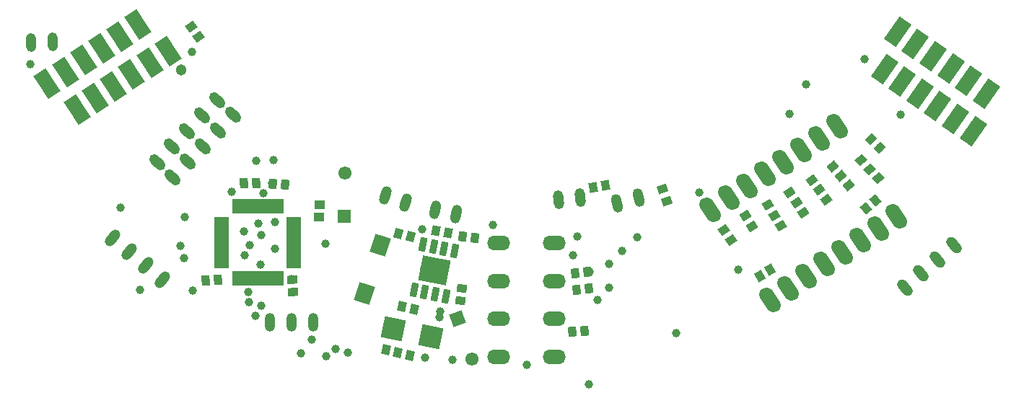
<source format=gts>
%FSLAX25Y25*%
%MOIN*%
G70*
G01*
G75*
G04 Layer_Color=8388736*
G04:AMPARAMS|DCode=10|XSize=37.4mil|YSize=29.53mil|CornerRadius=0mil|HoleSize=0mil|Usage=FLASHONLY|Rotation=93.284|XOffset=0mil|YOffset=0mil|HoleType=Round|Shape=Rectangle|*
%AMROTATEDRECTD10*
4,1,4,0.01581,-0.01782,-0.01367,-0.01952,-0.01581,0.01782,0.01367,0.01952,0.01581,-0.01782,0.0*
%
%ADD10ROTATEDRECTD10*%

G04:AMPARAMS|DCode=11|XSize=59.06mil|YSize=118.11mil|CornerRadius=0mil|HoleSize=0mil|Usage=FLASHONLY|Rotation=325.000|XOffset=0mil|YOffset=0mil|HoleType=Round|Shape=Rectangle|*
%AMROTATEDRECTD11*
4,1,4,-0.05806,-0.03144,0.00969,0.06531,0.05806,0.03144,-0.00969,-0.06531,-0.05806,-0.03144,0.0*
%
%ADD11ROTATEDRECTD11*%

G04:AMPARAMS|DCode=12|XSize=37.4mil|YSize=29.53mil|CornerRadius=0mil|HoleSize=0mil|Usage=FLASHONLY|Rotation=214.500|XOffset=0mil|YOffset=0mil|HoleType=Round|Shape=Rectangle|*
%AMROTATEDRECTD12*
4,1,4,0.00705,0.02276,0.02377,-0.00158,-0.00705,-0.02276,-0.02377,0.00158,0.00705,0.02276,0.0*
%
%ADD12ROTATEDRECTD12*%

G04:AMPARAMS|DCode=13|XSize=37.4mil|YSize=29.53mil|CornerRadius=0mil|HoleSize=0mil|Usage=FLASHONLY|Rotation=212.500|XOffset=0mil|YOffset=0mil|HoleType=Round|Shape=Rectangle|*
%AMROTATEDRECTD13*
4,1,4,0.00784,0.02250,0.02371,-0.00240,-0.00784,-0.02250,-0.02371,0.00240,0.00784,0.02250,0.0*
%
%ADD13ROTATEDRECTD13*%

G04:AMPARAMS|DCode=14|XSize=37.4mil|YSize=29.53mil|CornerRadius=0mil|HoleSize=0mil|Usage=FLASHONLY|Rotation=120.243|XOffset=0mil|YOffset=0mil|HoleType=Round|Shape=Rectangle|*
%AMROTATEDRECTD14*
4,1,4,0.02217,-0.00872,-0.00334,-0.02359,-0.02217,0.00872,0.00334,0.02359,0.02217,-0.00872,0.0*
%
%ADD14ROTATEDRECTD14*%

G04:AMPARAMS|DCode=15|XSize=37.4mil|YSize=29.53mil|CornerRadius=0mil|HoleSize=0mil|Usage=FLASHONLY|Rotation=210.500|XOffset=0mil|YOffset=0mil|HoleType=Round|Shape=Rectangle|*
%AMROTATEDRECTD15*
4,1,4,0.00862,0.02221,0.02361,-0.00323,-0.00862,-0.02221,-0.02361,0.00323,0.00862,0.02221,0.0*
%
%ADD15ROTATEDRECTD15*%

G04:AMPARAMS|DCode=16|XSize=37.4mil|YSize=29.53mil|CornerRadius=0mil|HoleSize=0mil|Usage=FLASHONLY|Rotation=213.500|XOffset=0mil|YOffset=0mil|HoleType=Round|Shape=Rectangle|*
%AMROTATEDRECTD16*
4,1,4,0.00745,0.02263,0.02374,-0.00199,-0.00745,-0.02263,-0.02374,0.00199,0.00745,0.02263,0.0*
%
%ADD16ROTATEDRECTD16*%

G04:AMPARAMS|DCode=17|XSize=37.4mil|YSize=29.53mil|CornerRadius=0mil|HoleSize=0mil|Usage=FLASHONLY|Rotation=130.000|XOffset=0mil|YOffset=0mil|HoleType=Round|Shape=Rectangle|*
%AMROTATEDRECTD17*
4,1,4,0.02333,-0.00484,0.00071,-0.02382,-0.02333,0.00484,-0.00071,0.02382,0.02333,-0.00484,0.0*
%
%ADD17ROTATEDRECTD17*%

G04:AMPARAMS|DCode=18|XSize=37.4mil|YSize=29.53mil|CornerRadius=0mil|HoleSize=0mil|Usage=FLASHONLY|Rotation=216.500|XOffset=0mil|YOffset=0mil|HoleType=Round|Shape=Rectangle|*
%AMROTATEDRECTD18*
4,1,4,0.00625,0.02299,0.02382,-0.00074,-0.00625,-0.02299,-0.02382,0.00074,0.00625,0.02299,0.0*
%
%ADD18ROTATEDRECTD18*%

G04:AMPARAMS|DCode=19|XSize=37.4mil|YSize=29.53mil|CornerRadius=0mil|HoleSize=0mil|Usage=FLASHONLY|Rotation=219.500|XOffset=0mil|YOffset=0mil|HoleType=Round|Shape=Rectangle|*
%AMROTATEDRECTD19*
4,1,4,0.00504,0.02329,0.02382,0.00050,-0.00504,-0.02329,-0.02382,-0.00050,0.00504,0.02329,0.0*
%
%ADD19ROTATEDRECTD19*%

G04:AMPARAMS|DCode=20|XSize=37.4mil|YSize=29.53mil|CornerRadius=0mil|HoleSize=0mil|Usage=FLASHONLY|Rotation=222.500|XOffset=0mil|YOffset=0mil|HoleType=Round|Shape=Rectangle|*
%AMROTATEDRECTD20*
4,1,4,0.00381,0.02352,0.02376,0.00175,-0.00381,-0.02352,-0.02376,-0.00175,0.00381,0.02352,0.0*
%
%ADD20ROTATEDRECTD20*%

G04:AMPARAMS|DCode=21|XSize=37.4mil|YSize=29.53mil|CornerRadius=0mil|HoleSize=0mil|Usage=FLASHONLY|Rotation=45.000|XOffset=0mil|YOffset=0mil|HoleType=Round|Shape=Rectangle|*
%AMROTATEDRECTD21*
4,1,4,-0.00278,-0.02366,-0.02366,-0.00278,0.00278,0.02366,0.02366,0.00278,-0.00278,-0.02366,0.0*
%
%ADD21ROTATEDRECTD21*%

G04:AMPARAMS|DCode=22|XSize=37.4mil|YSize=29.53mil|CornerRadius=0mil|HoleSize=0mil|Usage=FLASHONLY|Rotation=259.000|XOffset=0mil|YOffset=0mil|HoleType=Round|Shape=Rectangle|*
%AMROTATEDRECTD22*
4,1,4,-0.01092,0.02117,0.01806,0.01554,0.01092,-0.02117,-0.01806,-0.01554,-0.01092,0.02117,0.0*
%
%ADD22ROTATEDRECTD22*%

G04:AMPARAMS|DCode=23|XSize=37.4mil|YSize=29.53mil|CornerRadius=0mil|HoleSize=0mil|Usage=FLASHONLY|Rotation=262.500|XOffset=0mil|YOffset=0mil|HoleType=Round|Shape=Rectangle|*
%AMROTATEDRECTD23*
4,1,4,-0.01220,0.02047,0.01708,0.01661,0.01220,-0.02047,-0.01708,-0.01661,-0.01220,0.02047,0.0*
%
%ADD23ROTATEDRECTD23*%

G04:AMPARAMS|DCode=24|XSize=37.4mil|YSize=29.53mil|CornerRadius=0mil|HoleSize=0mil|Usage=FLASHONLY|Rotation=358.956|XOffset=0mil|YOffset=0mil|HoleType=Round|Shape=Rectangle|*
%AMROTATEDRECTD24*
4,1,4,-0.01897,-0.01442,-0.01843,0.01510,0.01897,0.01442,0.01843,-0.01510,-0.01897,-0.01442,0.0*
%
%ADD24ROTATEDRECTD24*%

G04:AMPARAMS|DCode=25|XSize=37.4mil|YSize=29.53mil|CornerRadius=0mil|HoleSize=0mil|Usage=FLASHONLY|Rotation=199.000|XOffset=0mil|YOffset=0mil|HoleType=Round|Shape=Rectangle|*
%AMROTATEDRECTD25*
4,1,4,0.01288,0.02005,0.02249,-0.00787,-0.01288,-0.02005,-0.02249,0.00787,0.01288,0.02005,0.0*
%
%ADD25ROTATEDRECTD25*%

G04:AMPARAMS|DCode=26|XSize=37.4mil|YSize=29.53mil|CornerRadius=0mil|HoleSize=0mil|Usage=FLASHONLY|Rotation=182.681|XOffset=0mil|YOffset=0mil|HoleType=Round|Shape=Rectangle|*
%AMROTATEDRECTD26*
4,1,4,0.01799,0.01562,0.01937,-0.01387,-0.01799,-0.01562,-0.01937,0.01387,0.01799,0.01562,0.0*
%
%ADD26ROTATEDRECTD26*%

G04:AMPARAMS|DCode=27|XSize=37.4mil|YSize=29.53mil|CornerRadius=0mil|HoleSize=0mil|Usage=FLASHONLY|Rotation=95.500|XOffset=0mil|YOffset=0mil|HoleType=Round|Shape=Rectangle|*
%AMROTATEDRECTD27*
4,1,4,0.01649,-0.01720,-0.01290,-0.02003,-0.01649,0.01720,0.01290,0.02003,0.01649,-0.01720,0.0*
%
%ADD27ROTATEDRECTD27*%

G04:AMPARAMS|DCode=28|XSize=37.4mil|YSize=29.53mil|CornerRadius=0mil|HoleSize=0mil|Usage=FLASHONLY|Rotation=77.000|XOffset=0mil|YOffset=0mil|HoleType=Round|Shape=Rectangle|*
%AMROTATEDRECTD28*
4,1,4,0.01018,-0.02154,-0.01859,-0.01490,-0.01018,0.02154,0.01859,0.01490,0.01018,-0.02154,0.0*
%
%ADD28ROTATEDRECTD28*%

%ADD29R,0.05709X0.01181*%
%ADD30R,0.01181X0.05709*%
G04:AMPARAMS|DCode=31|XSize=37.4mil|YSize=29.53mil|CornerRadius=0mil|HoleSize=0mil|Usage=FLASHONLY|Rotation=96.500|XOffset=0mil|YOffset=0mil|HoleType=Round|Shape=Rectangle|*
%AMROTATEDRECTD31*
4,1,4,0.01679,-0.01691,-0.01255,-0.02025,-0.01679,0.01691,0.01255,0.02025,0.01679,-0.01691,0.0*
%
%ADD31ROTATEDRECTD31*%

G04:AMPARAMS|DCode=32|XSize=37.4mil|YSize=29.53mil|CornerRadius=0mil|HoleSize=0mil|Usage=FLASHONLY|Rotation=272.280|XOffset=0mil|YOffset=0mil|HoleType=Round|Shape=Rectangle|*
%AMROTATEDRECTD32*
4,1,4,-0.01550,0.01810,0.01401,0.01927,0.01550,-0.01810,-0.01401,-0.01927,-0.01550,0.01810,0.0*
%
%ADD32ROTATEDRECTD32*%

G04:AMPARAMS|DCode=33|XSize=37.4mil|YSize=29.53mil|CornerRadius=0mil|HoleSize=0mil|Usage=FLASHONLY|Rotation=84.948|XOffset=0mil|YOffset=0mil|HoleType=Round|Shape=Rectangle|*
%AMROTATEDRECTD33*
4,1,4,0.01306,-0.01993,-0.01635,-0.01733,-0.01306,0.01993,0.01635,0.01733,0.01306,-0.01993,0.0*
%
%ADD33ROTATEDRECTD33*%

G04:AMPARAMS|DCode=34|XSize=66.93mil|YSize=78.74mil|CornerRadius=0mil|HoleSize=0mil|Usage=FLASHONLY|Rotation=162.000|XOffset=0mil|YOffset=0mil|HoleType=Round|Shape=Rectangle|*
%AMROTATEDRECTD34*
4,1,4,0.04399,0.02710,0.01966,-0.04778,-0.04399,-0.02710,-0.01966,0.04778,0.04399,0.02710,0.0*
%
%ADD34ROTATEDRECTD34*%

G04:AMPARAMS|DCode=35|XSize=37.4mil|YSize=29.53mil|CornerRadius=0mil|HoleSize=0mil|Usage=FLASHONLY|Rotation=77.000|XOffset=0mil|YOffset=0mil|HoleType=Round|Shape=Rectangle|*
%AMROTATEDRECTD35*
4,1,4,0.01018,-0.02154,-0.01859,-0.01490,-0.01018,0.02154,0.01859,0.01490,0.01018,-0.02154,0.0*
%
%ADD35ROTATEDRECTD35*%

G04:AMPARAMS|DCode=36|XSize=37.4mil|YSize=29.53mil|CornerRadius=0mil|HoleSize=0mil|Usage=FLASHONLY|Rotation=352.500|XOffset=0mil|YOffset=0mil|HoleType=Round|Shape=Rectangle|*
%AMROTATEDRECTD36*
4,1,4,-0.02047,-0.01220,-0.01661,0.01708,0.02047,0.01220,0.01661,-0.01708,-0.02047,-0.01220,0.0*
%
%ADD36ROTATEDRECTD36*%

%ADD37P,0.12806X4X213.0*%
G04:AMPARAMS|DCode=38|XSize=37.4mil|YSize=29.53mil|CornerRadius=0mil|HoleSize=0mil|Usage=FLASHONLY|Rotation=96.500|XOffset=0mil|YOffset=0mil|HoleType=Round|Shape=Rectangle|*
%AMROTATEDRECTD38*
4,1,4,0.01679,-0.01691,-0.01255,-0.02025,-0.01679,0.01691,0.01255,0.02025,0.01679,-0.01691,0.0*
%
%ADD38ROTATEDRECTD38*%

G04:AMPARAMS|DCode=39|XSize=37.4mil|YSize=29.53mil|CornerRadius=0mil|HoleSize=0mil|Usage=FLASHONLY|Rotation=74.487|XOffset=0mil|YOffset=0mil|HoleType=Round|Shape=Rectangle|*
%AMROTATEDRECTD39*
4,1,4,0.00922,-0.02197,-0.01923,-0.01407,-0.00922,0.02197,0.01923,0.01407,0.00922,-0.02197,0.0*
%
%ADD39ROTATEDRECTD39*%

G04:AMPARAMS|DCode=40|XSize=59.06mil|YSize=118.11mil|CornerRadius=0mil|HoleSize=0mil|Usage=FLASHONLY|Rotation=33.000|XOffset=0mil|YOffset=0mil|HoleType=Round|Shape=Rectangle|*
%AMROTATEDRECTD40*
4,1,4,0.00740,-0.06561,-0.05693,0.03345,-0.00740,0.06561,0.05693,-0.03345,0.00740,-0.06561,0.0*
%
%ADD40ROTATEDRECTD40*%

G04:AMPARAMS|DCode=41|XSize=37.4mil|YSize=29.53mil|CornerRadius=0mil|HoleSize=0mil|Usage=FLASHONLY|Rotation=215.500|XOffset=0mil|YOffset=0mil|HoleType=Round|Shape=Rectangle|*
%AMROTATEDRECTD41*
4,1,4,0.00665,0.02288,0.02380,-0.00116,-0.00665,-0.02288,-0.02380,0.00116,0.00665,0.02288,0.0*
%
%ADD41ROTATEDRECTD41*%

G04:AMPARAMS|DCode=42|XSize=23.62mil|YSize=57.09mil|CornerRadius=0mil|HoleSize=0mil|Usage=FLASHONLY|Rotation=349.000|XOffset=0mil|YOffset=0mil|HoleType=Round|Shape=Rectangle|*
%AMROTATEDRECTD42*
4,1,4,-0.01704,-0.02577,-0.00615,0.03027,0.01704,0.02577,0.00615,-0.03027,-0.01704,-0.02577,0.0*
%
%ADD42ROTATEDRECTD42*%

G04:AMPARAMS|DCode=43|XSize=108.27mil|YSize=122.05mil|CornerRadius=0mil|HoleSize=0mil|Usage=FLASHONLY|Rotation=259.000|XOffset=0mil|YOffset=0mil|HoleType=Round|Shape=Rectangle|*
%AMROTATEDRECTD43*
4,1,4,-0.04957,0.06478,0.07023,0.04150,0.04957,-0.06478,-0.07023,-0.04150,-0.04957,0.06478,0.0*
%
%ADD43ROTATEDRECTD43*%

G04:AMPARAMS|DCode=44|XSize=37.4mil|YSize=29.53mil|CornerRadius=0mil|HoleSize=0mil|Usage=FLASHONLY|Rotation=100.500|XOffset=0mil|YOffset=0mil|HoleType=Round|Shape=Rectangle|*
%AMROTATEDRECTD44*
4,1,4,0.01792,-0.01570,-0.01111,-0.02108,-0.01792,0.01570,0.01111,0.02108,0.01792,-0.01570,0.0*
%
%ADD44ROTATEDRECTD44*%

%ADD45C,0.03000*%
%ADD46C,0.01000*%
%ADD47C,0.05000*%
%ADD48P,0.07517X4X134.5*%
%ADD49C,0.05315*%
G04:AMPARAMS|DCode=50|XSize=39.37mil|YSize=78.74mil|CornerRadius=0mil|HoleSize=0mil|Usage=FLASHONLY|Rotation=320.000|XOffset=0mil|YOffset=0mil|HoleType=Round|Shape=Round|*
%AMOVALD50*
21,1,0.03937,0.03937,0.00000,0.00000,50.0*
1,1,0.03937,-0.01265,-0.01508*
1,1,0.03937,0.01265,0.01508*
%
%ADD50OVALD50*%

G04:AMPARAMS|DCode=51|XSize=39.37mil|YSize=78.74mil|CornerRadius=0mil|HoleSize=0mil|Usage=FLASHONLY|Rotation=46.000|XOffset=0mil|YOffset=0mil|HoleType=Round|Shape=Round|*
%AMOVALD51*
21,1,0.03937,0.03937,0.00000,0.00000,136.0*
1,1,0.03937,0.01416,-0.01367*
1,1,0.03937,-0.01416,0.01367*
%
%ADD51OVALD51*%

G04:AMPARAMS|DCode=52|XSize=39.37mil|YSize=78.74mil|CornerRadius=0mil|HoleSize=0mil|Usage=FLASHONLY|Rotation=40.500|XOffset=0mil|YOffset=0mil|HoleType=Round|Shape=Round|*
%AMOVALD52*
21,1,0.03937,0.03937,0.00000,0.00000,130.5*
1,1,0.03937,0.01278,-0.01497*
1,1,0.03937,-0.01278,0.01497*
%
%ADD52OVALD52*%

G04:AMPARAMS|DCode=53|XSize=39.37mil|YSize=78.74mil|CornerRadius=0mil|HoleSize=0mil|Usage=FLASHONLY|Rotation=342.000|XOffset=0mil|YOffset=0mil|HoleType=Round|Shape=Round|*
%AMOVALD53*
21,1,0.03937,0.03937,0.00000,0.00000,72.0*
1,1,0.03937,-0.00608,-0.01872*
1,1,0.03937,0.00608,0.01872*
%
%ADD53OVALD53*%

G04:AMPARAMS|DCode=54|XSize=39.37mil|YSize=78.74mil|CornerRadius=0mil|HoleSize=0mil|Usage=FLASHONLY|Rotation=14.000|XOffset=0mil|YOffset=0mil|HoleType=Round|Shape=Round|*
%AMOVALD54*
21,1,0.03937,0.03937,0.00000,0.00000,104.0*
1,1,0.03937,0.00476,-0.01910*
1,1,0.03937,-0.00476,0.01910*
%
%ADD54OVALD54*%

G04:AMPARAMS|DCode=55|XSize=39.37mil|YSize=78.74mil|CornerRadius=0mil|HoleSize=0mil|Usage=FLASHONLY|Rotation=6.000|XOffset=0mil|YOffset=0mil|HoleType=Round|Shape=Round|*
%AMOVALD55*
21,1,0.03937,0.03937,0.00000,0.00000,96.0*
1,1,0.03937,0.00206,-0.01958*
1,1,0.03937,-0.00206,0.01958*
%
%ADD55OVALD55*%

%ADD56O,0.09843X0.05906*%
%ADD57O,0.03937X0.07874*%
%ADD58P,0.07517X4X335.0*%
G04:AMPARAMS|DCode=59|XSize=39.37mil|YSize=78.74mil|CornerRadius=0mil|HoleSize=0mil|Usage=FLASHONLY|Rotation=349.000|XOffset=0mil|YOffset=0mil|HoleType=Round|Shape=Round|*
%AMOVALD59*
21,1,0.03937,0.03937,0.00000,0.00000,79.0*
1,1,0.03937,-0.00376,-0.01932*
1,1,0.03937,0.00376,0.01932*
%
%ADD59OVALD59*%

G04:AMPARAMS|DCode=60|XSize=59.06mil|YSize=118.11mil|CornerRadius=0mil|HoleSize=0mil|Usage=FLASHONLY|Rotation=33.500|XOffset=0mil|YOffset=0mil|HoleType=Round|Shape=Round|*
%AMOVALD60*
21,1,0.05906,0.05906,0.00000,0.00000,123.5*
1,1,0.05906,0.01630,-0.02462*
1,1,0.05906,-0.01630,0.02462*
%
%ADD60OVALD60*%

G04:AMPARAMS|DCode=61|XSize=39.37mil|YSize=78.74mil|CornerRadius=0mil|HoleSize=0mil|Usage=FLASHONLY|Rotation=182.000|XOffset=0mil|YOffset=0mil|HoleType=Round|Shape=Round|*
%AMOVALD61*
21,1,0.03937,0.03937,0.00000,0.00000,272.0*
1,1,0.03937,-0.00069,0.01967*
1,1,0.03937,0.00069,-0.01967*
%
%ADD61OVALD61*%

%ADD62C,0.02362*%
%ADD63C,0.03150*%
%ADD64C,0.04331*%
%ADD65C,0.00787*%
%ADD66C,0.02362*%
%ADD67C,0.00984*%
%ADD68C,0.00394*%
%ADD69C,0.00197*%
G04:AMPARAMS|DCode=70|XSize=45.4mil|YSize=37.53mil|CornerRadius=0mil|HoleSize=0mil|Usage=FLASHONLY|Rotation=93.284|XOffset=0mil|YOffset=0mil|HoleType=Round|Shape=Rectangle|*
%AMROTATEDRECTD70*
4,1,4,0.02003,-0.02159,-0.01743,-0.02374,-0.02003,0.02159,0.01743,0.02374,0.02003,-0.02159,0.0*
%
%ADD70ROTATEDRECTD70*%

G04:AMPARAMS|DCode=71|XSize=67.06mil|YSize=126.11mil|CornerRadius=0mil|HoleSize=0mil|Usage=FLASHONLY|Rotation=325.000|XOffset=0mil|YOffset=0mil|HoleType=Round|Shape=Rectangle|*
%AMROTATEDRECTD71*
4,1,4,-0.06363,-0.03242,0.00870,0.07088,0.06363,0.03242,-0.00870,-0.07088,-0.06363,-0.03242,0.0*
%
%ADD71ROTATEDRECTD71*%

G04:AMPARAMS|DCode=72|XSize=45.4mil|YSize=37.53mil|CornerRadius=0mil|HoleSize=0mil|Usage=FLASHONLY|Rotation=214.500|XOffset=0mil|YOffset=0mil|HoleType=Round|Shape=Rectangle|*
%AMROTATEDRECTD72*
4,1,4,0.00808,0.02832,0.02934,-0.00261,-0.00808,-0.02832,-0.02934,0.00261,0.00808,0.02832,0.0*
%
%ADD72ROTATEDRECTD72*%

G04:AMPARAMS|DCode=73|XSize=45.4mil|YSize=37.53mil|CornerRadius=0mil|HoleSize=0mil|Usage=FLASHONLY|Rotation=212.500|XOffset=0mil|YOffset=0mil|HoleType=Round|Shape=Rectangle|*
%AMROTATEDRECTD73*
4,1,4,0.00906,0.02802,0.02923,-0.00363,-0.00906,-0.02802,-0.02923,0.00363,0.00906,0.02802,0.0*
%
%ADD73ROTATEDRECTD73*%

G04:AMPARAMS|DCode=74|XSize=45.4mil|YSize=37.53mil|CornerRadius=0mil|HoleSize=0mil|Usage=FLASHONLY|Rotation=120.243|XOffset=0mil|YOffset=0mil|HoleType=Round|Shape=Rectangle|*
%AMROTATEDRECTD74*
4,1,4,0.02764,-0.01016,-0.00478,-0.02906,-0.02764,0.01016,0.00478,0.02906,0.02764,-0.01016,0.0*
%
%ADD74ROTATEDRECTD74*%

G04:AMPARAMS|DCode=75|XSize=45.4mil|YSize=37.53mil|CornerRadius=0mil|HoleSize=0mil|Usage=FLASHONLY|Rotation=210.500|XOffset=0mil|YOffset=0mil|HoleType=Round|Shape=Rectangle|*
%AMROTATEDRECTD75*
4,1,4,0.01004,0.02769,0.02908,-0.00465,-0.01004,-0.02769,-0.02908,0.00465,0.01004,0.02769,0.0*
%
%ADD75ROTATEDRECTD75*%

G04:AMPARAMS|DCode=76|XSize=45.4mil|YSize=37.53mil|CornerRadius=0mil|HoleSize=0mil|Usage=FLASHONLY|Rotation=213.500|XOffset=0mil|YOffset=0mil|HoleType=Round|Shape=Rectangle|*
%AMROTATEDRECTD76*
4,1,4,0.00857,0.02818,0.02929,-0.00312,-0.00857,-0.02818,-0.02929,0.00312,0.00857,0.02818,0.0*
%
%ADD76ROTATEDRECTD76*%

G04:AMPARAMS|DCode=77|XSize=45.4mil|YSize=37.53mil|CornerRadius=0mil|HoleSize=0mil|Usage=FLASHONLY|Rotation=130.000|XOffset=0mil|YOffset=0mil|HoleType=Round|Shape=Rectangle|*
%AMROTATEDRECTD77*
4,1,4,0.02897,-0.00533,0.00022,-0.02945,-0.02897,0.00533,-0.00022,0.02945,0.02897,-0.00533,0.0*
%
%ADD77ROTATEDRECTD77*%

G04:AMPARAMS|DCode=78|XSize=45.4mil|YSize=37.53mil|CornerRadius=0mil|HoleSize=0mil|Usage=FLASHONLY|Rotation=216.500|XOffset=0mil|YOffset=0mil|HoleType=Round|Shape=Rectangle|*
%AMROTATEDRECTD78*
4,1,4,0.00709,0.02859,0.02941,-0.00158,-0.00709,-0.02859,-0.02941,0.00158,0.00709,0.02859,0.0*
%
%ADD78ROTATEDRECTD78*%

G04:AMPARAMS|DCode=79|XSize=45.4mil|YSize=37.53mil|CornerRadius=0mil|HoleSize=0mil|Usage=FLASHONLY|Rotation=219.500|XOffset=0mil|YOffset=0mil|HoleType=Round|Shape=Rectangle|*
%AMROTATEDRECTD79*
4,1,4,0.00558,0.02892,0.02945,-0.00004,-0.00558,-0.02892,-0.02945,0.00004,0.00558,0.02892,0.0*
%
%ADD79ROTATEDRECTD79*%

G04:AMPARAMS|DCode=80|XSize=45.4mil|YSize=37.53mil|CornerRadius=0mil|HoleSize=0mil|Usage=FLASHONLY|Rotation=222.500|XOffset=0mil|YOffset=0mil|HoleType=Round|Shape=Rectangle|*
%AMROTATEDRECTD80*
4,1,4,0.00406,0.02917,0.02941,0.00150,-0.00406,-0.02917,-0.02941,-0.00150,0.00406,0.02917,0.0*
%
%ADD80ROTATEDRECTD80*%

G04:AMPARAMS|DCode=81|XSize=45.4mil|YSize=37.53mil|CornerRadius=0mil|HoleSize=0mil|Usage=FLASHONLY|Rotation=45.000|XOffset=0mil|YOffset=0mil|HoleType=Round|Shape=Rectangle|*
%AMROTATEDRECTD81*
4,1,4,-0.00278,-0.02932,-0.02932,-0.00278,0.00278,0.02932,0.02932,0.00278,-0.00278,-0.02932,0.0*
%
%ADD81ROTATEDRECTD81*%

G04:AMPARAMS|DCode=82|XSize=45.4mil|YSize=37.53mil|CornerRadius=0mil|HoleSize=0mil|Usage=FLASHONLY|Rotation=259.000|XOffset=0mil|YOffset=0mil|HoleType=Round|Shape=Rectangle|*
%AMROTATEDRECTD82*
4,1,4,-0.01409,0.02586,0.02275,0.01870,0.01409,-0.02586,-0.02275,-0.01870,-0.01409,0.02586,0.0*
%
%ADD82ROTATEDRECTD82*%

G04:AMPARAMS|DCode=83|XSize=45.4mil|YSize=37.53mil|CornerRadius=0mil|HoleSize=0mil|Usage=FLASHONLY|Rotation=262.500|XOffset=0mil|YOffset=0mil|HoleType=Round|Shape=Rectangle|*
%AMROTATEDRECTD83*
4,1,4,-0.01564,0.02496,0.02157,0.02006,0.01564,-0.02496,-0.02157,-0.02006,-0.01564,0.02496,0.0*
%
%ADD83ROTATEDRECTD83*%

G04:AMPARAMS|DCode=84|XSize=45.4mil|YSize=37.53mil|CornerRadius=0mil|HoleSize=0mil|Usage=FLASHONLY|Rotation=358.956|XOffset=0mil|YOffset=0mil|HoleType=Round|Shape=Rectangle|*
%AMROTATEDRECTD84*
4,1,4,-0.02304,-0.01835,-0.02236,0.01917,0.02304,0.01835,0.02236,-0.01917,-0.02304,-0.01835,0.0*
%
%ADD84ROTATEDRECTD84*%

G04:AMPARAMS|DCode=85|XSize=45.4mil|YSize=37.53mil|CornerRadius=0mil|HoleSize=0mil|Usage=FLASHONLY|Rotation=199.000|XOffset=0mil|YOffset=0mil|HoleType=Round|Shape=Rectangle|*
%AMROTATEDRECTD85*
4,1,4,0.01536,0.02513,0.02757,-0.01035,-0.01536,-0.02513,-0.02757,0.01035,0.01536,0.02513,0.0*
%
%ADD85ROTATEDRECTD85*%

G04:AMPARAMS|DCode=86|XSize=45.4mil|YSize=37.53mil|CornerRadius=0mil|HoleSize=0mil|Usage=FLASHONLY|Rotation=182.681|XOffset=0mil|YOffset=0mil|HoleType=Round|Shape=Rectangle|*
%AMROTATEDRECTD86*
4,1,4,0.02180,0.01981,0.02355,-0.01768,-0.02180,-0.01981,-0.02355,0.01768,0.02180,0.01981,0.0*
%
%ADD86ROTATEDRECTD86*%

G04:AMPARAMS|DCode=87|XSize=45.4mil|YSize=37.53mil|CornerRadius=0mil|HoleSize=0mil|Usage=FLASHONLY|Rotation=95.500|XOffset=0mil|YOffset=0mil|HoleType=Round|Shape=Rectangle|*
%AMROTATEDRECTD87*
4,1,4,0.02085,-0.02080,-0.01650,-0.02440,-0.02085,0.02080,0.01650,0.02440,0.02085,-0.02080,0.0*
%
%ADD87ROTATEDRECTD87*%

G04:AMPARAMS|DCode=88|XSize=45.4mil|YSize=37.53mil|CornerRadius=0mil|HoleSize=0mil|Usage=FLASHONLY|Rotation=77.000|XOffset=0mil|YOffset=0mil|HoleType=Round|Shape=Rectangle|*
%AMROTATEDRECTD88*
4,1,4,0.01318,-0.02634,-0.02339,-0.01790,-0.01318,0.02634,0.02339,0.01790,0.01318,-0.02634,0.0*
%
%ADD88ROTATEDRECTD88*%

%ADD89R,0.06509X0.01981*%
%ADD90R,0.01981X0.06509*%
G04:AMPARAMS|DCode=91|XSize=45.4mil|YSize=37.53mil|CornerRadius=0mil|HoleSize=0mil|Usage=FLASHONLY|Rotation=96.500|XOffset=0mil|YOffset=0mil|HoleType=Round|Shape=Rectangle|*
%AMROTATEDRECTD91*
4,1,4,0.02121,-0.02043,-0.01607,-0.02468,-0.02121,0.02043,0.01607,0.02468,0.02121,-0.02043,0.0*
%
%ADD91ROTATEDRECTD91*%

G04:AMPARAMS|DCode=92|XSize=45.4mil|YSize=37.53mil|CornerRadius=0mil|HoleSize=0mil|Usage=FLASHONLY|Rotation=272.280|XOffset=0mil|YOffset=0mil|HoleType=Round|Shape=Rectangle|*
%AMROTATEDRECTD92*
4,1,4,-0.01965,0.02194,0.01785,0.02343,0.01965,-0.02194,-0.01785,-0.02343,-0.01965,0.02194,0.0*
%
%ADD92ROTATEDRECTD92*%

G04:AMPARAMS|DCode=93|XSize=45.4mil|YSize=37.53mil|CornerRadius=0mil|HoleSize=0mil|Usage=FLASHONLY|Rotation=84.948|XOffset=0mil|YOffset=0mil|HoleType=Round|Shape=Rectangle|*
%AMROTATEDRECTD93*
4,1,4,0.01669,-0.02427,-0.02069,-0.02096,-0.01669,0.02427,0.02069,0.02096,0.01669,-0.02427,0.0*
%
%ADD93ROTATEDRECTD93*%

G04:AMPARAMS|DCode=94|XSize=74.93mil|YSize=86.74mil|CornerRadius=0mil|HoleSize=0mil|Usage=FLASHONLY|Rotation=162.000|XOffset=0mil|YOffset=0mil|HoleType=Round|Shape=Rectangle|*
%AMROTATEDRECTD94*
4,1,4,0.04903,0.02967,0.02223,-0.05283,-0.04903,-0.02967,-0.02223,0.05283,0.04903,0.02967,0.0*
%
%ADD94ROTATEDRECTD94*%

G04:AMPARAMS|DCode=95|XSize=45.4mil|YSize=37.53mil|CornerRadius=0mil|HoleSize=0mil|Usage=FLASHONLY|Rotation=77.000|XOffset=0mil|YOffset=0mil|HoleType=Round|Shape=Rectangle|*
%AMROTATEDRECTD95*
4,1,4,0.01318,-0.02634,-0.02339,-0.01790,-0.01318,0.02634,0.02339,0.01790,0.01318,-0.02634,0.0*
%
%ADD95ROTATEDRECTD95*%

G04:AMPARAMS|DCode=96|XSize=45.4mil|YSize=37.53mil|CornerRadius=0mil|HoleSize=0mil|Usage=FLASHONLY|Rotation=352.500|XOffset=0mil|YOffset=0mil|HoleType=Round|Shape=Rectangle|*
%AMROTATEDRECTD96*
4,1,4,-0.02496,-0.01564,-0.02006,0.02157,0.02496,0.01564,0.02006,-0.02157,-0.02496,-0.01564,0.0*
%
%ADD96ROTATEDRECTD96*%

%ADD97P,0.13937X4X213.0*%
G04:AMPARAMS|DCode=98|XSize=45.4mil|YSize=37.53mil|CornerRadius=0mil|HoleSize=0mil|Usage=FLASHONLY|Rotation=96.500|XOffset=0mil|YOffset=0mil|HoleType=Round|Shape=Rectangle|*
%AMROTATEDRECTD98*
4,1,4,0.02121,-0.02043,-0.01607,-0.02468,-0.02121,0.02043,0.01607,0.02468,0.02121,-0.02043,0.0*
%
%ADD98ROTATEDRECTD98*%

G04:AMPARAMS|DCode=99|XSize=45.4mil|YSize=37.53mil|CornerRadius=0mil|HoleSize=0mil|Usage=FLASHONLY|Rotation=74.487|XOffset=0mil|YOffset=0mil|HoleType=Round|Shape=Rectangle|*
%AMROTATEDRECTD99*
4,1,4,0.01201,-0.02689,-0.02415,-0.01686,-0.01201,0.02689,0.02415,0.01686,0.01201,-0.02689,0.0*
%
%ADD99ROTATEDRECTD99*%

G04:AMPARAMS|DCode=100|XSize=67.06mil|YSize=126.11mil|CornerRadius=0mil|HoleSize=0mil|Usage=FLASHONLY|Rotation=33.000|XOffset=0mil|YOffset=0mil|HoleType=Round|Shape=Rectangle|*
%AMROTATEDRECTD100*
4,1,4,0.00622,-0.07114,-0.06246,0.03462,-0.00622,0.07114,0.06246,-0.03462,0.00622,-0.07114,0.0*
%
%ADD100ROTATEDRECTD100*%

G04:AMPARAMS|DCode=101|XSize=45.4mil|YSize=37.53mil|CornerRadius=0mil|HoleSize=0mil|Usage=FLASHONLY|Rotation=215.500|XOffset=0mil|YOffset=0mil|HoleType=Round|Shape=Rectangle|*
%AMROTATEDRECTD101*
4,1,4,0.00759,0.02846,0.02938,-0.00209,-0.00759,-0.02846,-0.02938,0.00209,0.00759,0.02846,0.0*
%
%ADD101ROTATEDRECTD101*%

G04:AMPARAMS|DCode=102|XSize=31.62mil|YSize=65.09mil|CornerRadius=0mil|HoleSize=0mil|Usage=FLASHONLY|Rotation=349.000|XOffset=0mil|YOffset=0mil|HoleType=Round|Shape=Rectangle|*
%AMROTATEDRECTD102*
4,1,4,-0.02173,-0.02893,-0.00931,0.03496,0.02173,0.02893,0.00931,-0.03496,-0.02173,-0.02893,0.0*
%
%ADD102ROTATEDRECTD102*%

G04:AMPARAMS|DCode=103|XSize=116.27mil|YSize=130.05mil|CornerRadius=0mil|HoleSize=0mil|Usage=FLASHONLY|Rotation=259.000|XOffset=0mil|YOffset=0mil|HoleType=Round|Shape=Rectangle|*
%AMROTATEDRECTD103*
4,1,4,-0.05274,0.06947,0.07492,0.04466,0.05274,-0.06947,-0.07492,-0.04466,-0.05274,0.06947,0.0*
%
%ADD103ROTATEDRECTD103*%

G04:AMPARAMS|DCode=104|XSize=45.4mil|YSize=37.53mil|CornerRadius=0mil|HoleSize=0mil|Usage=FLASHONLY|Rotation=100.500|XOffset=0mil|YOffset=0mil|HoleType=Round|Shape=Rectangle|*
%AMROTATEDRECTD104*
4,1,4,0.02259,-0.01890,-0.01431,-0.02574,-0.02259,0.01890,0.01431,0.02574,0.02259,-0.01890,0.0*
%
%ADD104ROTATEDRECTD104*%

%ADD105P,0.08648X4X134.5*%
%ADD106C,0.06115*%
G04:AMPARAMS|DCode=107|XSize=47.37mil|YSize=86.74mil|CornerRadius=0mil|HoleSize=0mil|Usage=FLASHONLY|Rotation=320.000|XOffset=0mil|YOffset=0mil|HoleType=Round|Shape=Round|*
%AMOVALD107*
21,1,0.03937,0.04737,0.00000,0.00000,50.0*
1,1,0.04737,-0.01265,-0.01508*
1,1,0.04737,0.01265,0.01508*
%
%ADD107OVALD107*%

G04:AMPARAMS|DCode=108|XSize=47.37mil|YSize=86.74mil|CornerRadius=0mil|HoleSize=0mil|Usage=FLASHONLY|Rotation=46.000|XOffset=0mil|YOffset=0mil|HoleType=Round|Shape=Round|*
%AMOVALD108*
21,1,0.03937,0.04737,0.00000,0.00000,136.0*
1,1,0.04737,0.01416,-0.01367*
1,1,0.04737,-0.01416,0.01367*
%
%ADD108OVALD108*%

G04:AMPARAMS|DCode=109|XSize=47.37mil|YSize=86.74mil|CornerRadius=0mil|HoleSize=0mil|Usage=FLASHONLY|Rotation=40.500|XOffset=0mil|YOffset=0mil|HoleType=Round|Shape=Round|*
%AMOVALD109*
21,1,0.03937,0.04737,0.00000,0.00000,130.5*
1,1,0.04737,0.01278,-0.01497*
1,1,0.04737,-0.01278,0.01497*
%
%ADD109OVALD109*%

G04:AMPARAMS|DCode=110|XSize=47.37mil|YSize=86.74mil|CornerRadius=0mil|HoleSize=0mil|Usage=FLASHONLY|Rotation=342.000|XOffset=0mil|YOffset=0mil|HoleType=Round|Shape=Round|*
%AMOVALD110*
21,1,0.03937,0.04737,0.00000,0.00000,72.0*
1,1,0.04737,-0.00608,-0.01872*
1,1,0.04737,0.00608,0.01872*
%
%ADD110OVALD110*%

G04:AMPARAMS|DCode=111|XSize=47.37mil|YSize=86.74mil|CornerRadius=0mil|HoleSize=0mil|Usage=FLASHONLY|Rotation=14.000|XOffset=0mil|YOffset=0mil|HoleType=Round|Shape=Round|*
%AMOVALD111*
21,1,0.03937,0.04737,0.00000,0.00000,104.0*
1,1,0.04737,0.00476,-0.01910*
1,1,0.04737,-0.00476,0.01910*
%
%ADD111OVALD111*%

G04:AMPARAMS|DCode=112|XSize=47.37mil|YSize=86.74mil|CornerRadius=0mil|HoleSize=0mil|Usage=FLASHONLY|Rotation=6.000|XOffset=0mil|YOffset=0mil|HoleType=Round|Shape=Round|*
%AMOVALD112*
21,1,0.03937,0.04737,0.00000,0.00000,96.0*
1,1,0.04737,0.00206,-0.01958*
1,1,0.04737,-0.00206,0.01958*
%
%ADD112OVALD112*%

%ADD113O,0.10642X0.06706*%
%ADD114O,0.04737X0.08674*%
%ADD115P,0.08648X4X335.0*%
G04:AMPARAMS|DCode=116|XSize=47.37mil|YSize=86.74mil|CornerRadius=0mil|HoleSize=0mil|Usage=FLASHONLY|Rotation=349.000|XOffset=0mil|YOffset=0mil|HoleType=Round|Shape=Round|*
%AMOVALD116*
21,1,0.03937,0.04737,0.00000,0.00000,79.0*
1,1,0.04737,-0.00376,-0.01932*
1,1,0.04737,0.00376,0.01932*
%
%ADD116OVALD116*%

G04:AMPARAMS|DCode=117|XSize=67.06mil|YSize=126.11mil|CornerRadius=0mil|HoleSize=0mil|Usage=FLASHONLY|Rotation=33.500|XOffset=0mil|YOffset=0mil|HoleType=Round|Shape=Round|*
%AMOVALD117*
21,1,0.05906,0.06706,0.00000,0.00000,123.5*
1,1,0.06706,0.01630,-0.02462*
1,1,0.06706,-0.01630,0.02462*
%
%ADD117OVALD117*%

G04:AMPARAMS|DCode=118|XSize=47.37mil|YSize=86.74mil|CornerRadius=0mil|HoleSize=0mil|Usage=FLASHONLY|Rotation=182.000|XOffset=0mil|YOffset=0mil|HoleType=Round|Shape=Round|*
%AMOVALD118*
21,1,0.03937,0.04737,0.00000,0.00000,272.0*
1,1,0.04737,-0.00069,0.01967*
1,1,0.04737,0.00069,-0.01967*
%
%ADD118OVALD118*%

%ADD119C,0.03162*%
%ADD120C,0.03950*%
%ADD121C,0.05131*%
D70*
X391884Y295666D02*
D03*
X386185Y295339D02*
D03*
D71*
X699780Y392956D02*
D03*
X707971Y387220D02*
D03*
X716163Y381484D02*
D03*
X724354Y375749D02*
D03*
X732546Y370013D02*
D03*
X740737Y364277D02*
D03*
X746803Y381658D02*
D03*
X738612Y387393D02*
D03*
X730420Y393129D02*
D03*
X705846Y410336D02*
D03*
X714037Y404600D02*
D03*
X722229Y398865D02*
D03*
D72*
X625520Y318580D02*
D03*
X628753Y313876D02*
D03*
D73*
X635387Y325159D02*
D03*
X638454Y320344D02*
D03*
D74*
X647004Y300235D02*
D03*
X642073Y297359D02*
D03*
D75*
X645978Y330247D02*
D03*
X648876Y325328D02*
D03*
X651773Y320410D02*
D03*
D76*
X655948Y336013D02*
D03*
X659098Y331252D02*
D03*
X662249Y326492D02*
D03*
D77*
X695460Y332116D02*
D03*
X691087Y328447D02*
D03*
D78*
X666087Y341671D02*
D03*
X669482Y337082D02*
D03*
X672878Y332493D02*
D03*
D79*
X675964Y347890D02*
D03*
X679596Y343485D02*
D03*
X683227Y339080D02*
D03*
D80*
X689008Y350884D02*
D03*
X692864Y346676D02*
D03*
X696721Y342467D02*
D03*
D81*
X697538Y356462D02*
D03*
X693501Y360499D02*
D03*
D82*
X492455Y318155D02*
D03*
X498058Y317065D02*
D03*
D83*
X504774Y315573D02*
D03*
X510433Y314828D02*
D03*
D84*
X438639Y324482D02*
D03*
X438742Y330190D02*
D03*
D85*
X597197Y337414D02*
D03*
X599056Y332016D02*
D03*
D86*
X426163Y295497D02*
D03*
X426430Y289795D02*
D03*
D87*
X561204Y271944D02*
D03*
X555522Y271397D02*
D03*
D88*
X482602Y282017D02*
D03*
X477040Y283301D02*
D03*
D89*
X426957Y323662D02*
D03*
X426957Y321694D02*
D03*
X426957Y319725D02*
D03*
X426957Y317757D02*
D03*
X426957Y315788D02*
D03*
X426957Y313820D02*
D03*
Y311851D02*
D03*
X426957Y309883D02*
D03*
X426957Y307914D02*
D03*
X426957Y305946D02*
D03*
X426957Y303977D02*
D03*
X426957Y302009D02*
D03*
X393689D02*
D03*
X393689Y303977D02*
D03*
X393689Y305946D02*
D03*
X393689Y307914D02*
D03*
X393689Y309883D02*
D03*
X393689Y311851D02*
D03*
Y313820D02*
D03*
X393689Y315788D02*
D03*
X393689Y317757D02*
D03*
X393689Y319725D02*
D03*
X393689Y321694D02*
D03*
X393689Y323662D02*
D03*
D90*
X421150Y296201D02*
D03*
X419182Y296201D02*
D03*
X417213Y296201D02*
D03*
X415245D02*
D03*
X413276Y296201D02*
D03*
X411307Y296201D02*
D03*
X409339D02*
D03*
X407371Y296201D02*
D03*
X405402Y296201D02*
D03*
X403434Y296201D02*
D03*
X401465Y296201D02*
D03*
X399497Y296201D02*
D03*
Y329469D02*
D03*
X401465Y329469D02*
D03*
X403434Y329469D02*
D03*
X405402Y329469D02*
D03*
X407371Y329469D02*
D03*
X409339Y329469D02*
D03*
X411308D02*
D03*
X413276Y329469D02*
D03*
X415245Y329469D02*
D03*
X417213Y329469D02*
D03*
X419182Y329469D02*
D03*
X421150Y329469D02*
D03*
D91*
X562490Y299047D02*
D03*
X556818Y298401D02*
D03*
D92*
X403756Y340089D02*
D03*
X409460Y340316D02*
D03*
D93*
X422818Y339480D02*
D03*
X417132Y339983D02*
D03*
D94*
X459630Y289075D02*
D03*
X466930Y311541D02*
D03*
D95*
X480601Y260660D02*
D03*
X475039Y261945D02*
D03*
X469476Y263229D02*
D03*
D96*
X503736Y285828D02*
D03*
X504482Y291488D02*
D03*
D97*
X490336Y269117D02*
D03*
X473006Y272800D02*
D03*
D98*
X563337Y291615D02*
D03*
X557665Y290969D02*
D03*
D99*
X480831Y315472D02*
D03*
X475330Y316999D02*
D03*
D100*
X326834Y374078D02*
D03*
X335221Y379524D02*
D03*
X343608Y384971D02*
D03*
X351994Y390417D02*
D03*
X360381Y395864D02*
D03*
X368768Y401310D02*
D03*
X354925Y413445D02*
D03*
X346538Y407999D02*
D03*
X338152Y402552D02*
D03*
X312992Y386213D02*
D03*
X321378Y391659D02*
D03*
X329765Y397106D02*
D03*
D101*
X379507Y412451D02*
D03*
X382822Y407803D02*
D03*
D102*
X501210Y308932D02*
D03*
X496302Y309887D02*
D03*
X491394Y310841D02*
D03*
X486486Y311795D02*
D03*
X497116Y287870D02*
D03*
X492208Y288824D02*
D03*
X487300Y289778D02*
D03*
X482392Y290732D02*
D03*
D103*
X491801Y299832D02*
D03*
D104*
X570841Y339086D02*
D03*
X565228Y338046D02*
D03*
D105*
X450267Y325015D02*
D03*
D106*
X450439Y344699D02*
D03*
X509236Y258964D02*
D03*
D107*
X343232Y314891D02*
D03*
X366213Y295607D02*
D03*
X358553Y302035D02*
D03*
X350892Y308463D02*
D03*
D108*
X377641Y364266D02*
D03*
X370695Y357072D02*
D03*
X363748Y349879D02*
D03*
X384588Y371459D02*
D03*
X391534Y378653D02*
D03*
X398728Y371706D02*
D03*
X391781Y364512D02*
D03*
X384835Y357319D02*
D03*
X377888Y350126D02*
D03*
X370941Y342932D02*
D03*
D109*
X716685Y298490D02*
D03*
X724289Y304984D02*
D03*
X731893Y311479D02*
D03*
X709081Y291995D02*
D03*
D110*
X469109Y334429D02*
D03*
X478620Y331339D02*
D03*
D111*
X586060Y333374D02*
D03*
X576357Y330955D02*
D03*
D112*
X559078Y333491D02*
D03*
X549133Y332446D02*
D03*
D113*
X521705Y294737D02*
D03*
Y312453D02*
D03*
X547295D02*
D03*
Y294737D02*
D03*
X521705Y277414D02*
D03*
Y259697D02*
D03*
X547295D02*
D03*
Y277414D02*
D03*
D114*
X416026Y275864D02*
D03*
X426026Y275864D02*
D03*
X436026Y275864D02*
D03*
D115*
X502503Y277462D02*
D03*
D116*
X492151Y327839D02*
D03*
X501968Y325931D02*
D03*
D117*
X705342Y324798D02*
D03*
X697003Y319279D02*
D03*
X688664Y313760D02*
D03*
X680326Y308240D02*
D03*
X671987Y302721D02*
D03*
X663648Y297202D02*
D03*
X655309Y291682D02*
D03*
X646970Y286163D02*
D03*
X619374Y327857D02*
D03*
X677745Y366493D02*
D03*
X669407Y360973D02*
D03*
X661068Y355454D02*
D03*
X652729Y349935D02*
D03*
X627712Y333377D02*
D03*
X636051Y338896D02*
D03*
X644390Y344415D02*
D03*
D118*
X315553Y405569D02*
D03*
X305559Y405220D02*
D03*
D119*
X496229Y301980D02*
D03*
X495666Y299081D02*
D03*
X495102Y296183D02*
D03*
X492204Y296746D02*
D03*
X492767Y299645D02*
D03*
X493330Y302543D02*
D03*
X490432Y303106D02*
D03*
X489869Y300208D02*
D03*
X489305Y297309D02*
D03*
X486407Y297873D02*
D03*
X486970Y300771D02*
D03*
X487534Y303670D02*
D03*
D120*
X405991Y289925D02*
D03*
X411837Y316145D02*
D03*
X451771Y261960D02*
D03*
X446128Y263362D02*
D03*
X442020Y260233D02*
D03*
X410449Y321543D02*
D03*
X403987Y317972D02*
D03*
X398304Y336206D02*
D03*
X430177Y261423D02*
D03*
X406348Y285204D02*
D03*
X411719Y283639D02*
D03*
X409174Y278750D02*
D03*
X697468Y356532D02*
D03*
X707971Y387220D02*
D03*
X730101Y392475D02*
D03*
X690675Y397483D02*
D03*
X722229Y398865D02*
D03*
X632085Y300321D02*
D03*
X585399Y315356D02*
D03*
X518858Y320745D02*
D03*
X614313Y335944D02*
D03*
X391884Y295666D02*
D03*
X426000Y296000D02*
D03*
X416799Y340316D02*
D03*
X409460D02*
D03*
X380084Y290569D02*
D03*
X386185Y295325D02*
D03*
X418326Y322275D02*
D03*
X418375Y309698D02*
D03*
X741202Y363813D02*
D03*
X747271Y381325D02*
D03*
X730777Y368892D02*
D03*
X722656Y374571D02*
D03*
X715159Y380875D02*
D03*
X563118Y247221D02*
D03*
X534500Y256351D02*
D03*
X435314Y267702D02*
D03*
X563504Y299197D02*
D03*
X486304Y318748D02*
D03*
X404205Y306877D02*
D03*
X406500Y311500D02*
D03*
X360381Y395864D02*
D03*
X352318Y389551D02*
D03*
X344305Y383835D02*
D03*
X326681Y373984D02*
D03*
X345756Y408321D02*
D03*
X411704Y302460D02*
D03*
X412726Y335520D02*
D03*
X376576Y324480D02*
D03*
X347021Y328720D02*
D03*
X305316Y395063D02*
D03*
X379765Y400768D02*
D03*
X355765Y290729D02*
D03*
X376099Y305434D02*
D03*
X374545Y311042D02*
D03*
X567069Y286343D02*
D03*
X557738Y315544D02*
D03*
X603456Y270853D02*
D03*
X572604Y291800D02*
D03*
Y303006D02*
D03*
X555883Y306817D02*
D03*
X441559Y312169D02*
D03*
X487631Y259685D02*
D03*
X500152Y258602D02*
D03*
X494057Y278145D02*
D03*
X494642Y280993D02*
D03*
X409587Y350690D02*
D03*
X417393Y350912D02*
D03*
X655805Y372345D02*
D03*
X663422Y385998D02*
D03*
X707357Y371866D02*
D03*
X578458Y308860D02*
D03*
D121*
X374774Y392448D02*
D03*
M02*

</source>
